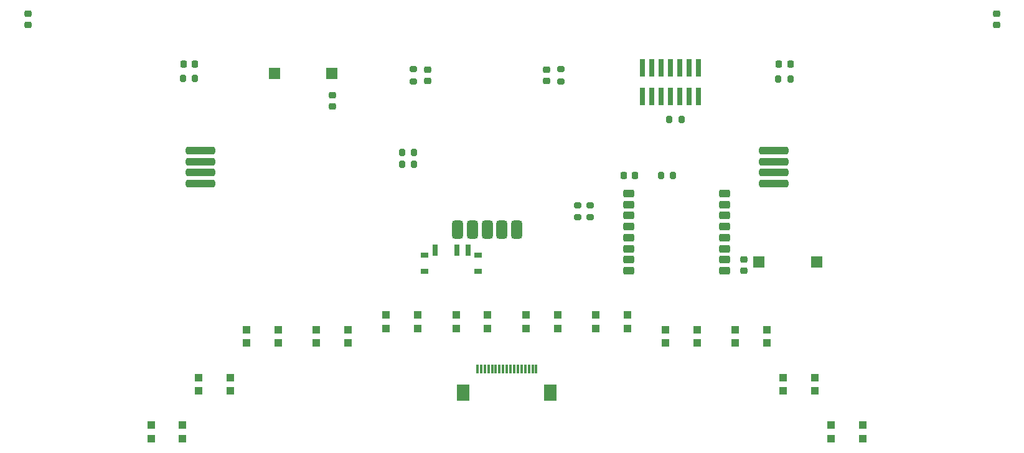
<source format=gbr>
%TF.GenerationSoftware,KiCad,Pcbnew,8.0.4*%
%TF.CreationDate,2024-11-30T23:44:48+01:00*%
%TF.ProjectId,ALL_PCBS,414c4c5f-5043-4425-932e-6b696361645f,rev?*%
%TF.SameCoordinates,Original*%
%TF.FileFunction,Paste,Top*%
%TF.FilePolarity,Positive*%
%FSLAX46Y46*%
G04 Gerber Fmt 4.6, Leading zero omitted, Abs format (unit mm)*
G04 Created by KiCad (PCBNEW 8.0.4) date 2024-11-30 23:44:48*
%MOMM*%
%LPD*%
G01*
G04 APERTURE LIST*
G04 Aperture macros list*
%AMRoundRect*
0 Rectangle with rounded corners*
0 $1 Rounding radius*
0 $2 $3 $4 $5 $6 $7 $8 $9 X,Y pos of 4 corners*
0 Add a 4 corners polygon primitive as box body*
4,1,4,$2,$3,$4,$5,$6,$7,$8,$9,$2,$3,0*
0 Add four circle primitives for the rounded corners*
1,1,$1+$1,$2,$3*
1,1,$1+$1,$4,$5*
1,1,$1+$1,$6,$7*
1,1,$1+$1,$8,$9*
0 Add four rect primitives between the rounded corners*
20,1,$1+$1,$2,$3,$4,$5,0*
20,1,$1+$1,$4,$5,$6,$7,0*
20,1,$1+$1,$6,$7,$8,$9,0*
20,1,$1+$1,$8,$9,$2,$3,0*%
G04 Aperture macros list end*
%ADD10RoundRect,0.225000X-0.250000X0.225000X-0.250000X-0.225000X0.250000X-0.225000X0.250000X0.225000X0*%
%ADD11RoundRect,0.250000X1.750000X0.250000X-1.750000X0.250000X-1.750000X-0.250000X1.750000X-0.250000X0*%
%ADD12RoundRect,0.218750X-0.218750X-0.256250X0.218750X-0.256250X0.218750X0.256250X-0.218750X0.256250X0*%
%ADD13RoundRect,0.200000X0.200000X0.275000X-0.200000X0.275000X-0.200000X-0.275000X0.200000X-0.275000X0*%
%ADD14RoundRect,0.200000X-0.200000X-0.275000X0.200000X-0.275000X0.200000X0.275000X-0.200000X0.275000X0*%
%ADD15RoundRect,0.200000X0.275000X-0.200000X0.275000X0.200000X-0.275000X0.200000X-0.275000X-0.200000X0*%
%ADD16RoundRect,0.200000X-0.275000X0.200000X-0.275000X-0.200000X0.275000X-0.200000X0.275000X0.200000X0*%
%ADD17R,0.740000X2.400000*%
%ADD18RoundRect,0.225000X0.250000X-0.225000X0.250000X0.225000X-0.250000X0.225000X-0.250000X-0.225000X0*%
%ADD19RoundRect,0.218750X-0.256250X0.218750X-0.256250X-0.218750X0.256250X-0.218750X0.256250X0.218750X0*%
%ADD20R,1.500000X1.500000*%
%ADD21RoundRect,0.375000X0.375000X-0.875000X0.375000X0.875000X-0.375000X0.875000X-0.375000X-0.875000X0*%
%ADD22R,1.000000X0.800000*%
%ADD23R,0.700000X1.500000*%
%ADD24RoundRect,0.275000X0.475000X0.275000X-0.475000X0.275000X-0.475000X-0.275000X0.475000X-0.275000X0*%
%ADD25RoundRect,0.250000X-1.750000X-0.250000X1.750000X-0.250000X1.750000X0.250000X-1.750000X0.250000X0*%
%ADD26R,1.000000X1.000000*%
%ADD27R,0.300000X1.300000*%
%ADD28R,1.800000X2.200000*%
G04 APERTURE END LIST*
D10*
%TO.C,C1*%
X228660000Y-91005000D03*
X228660000Y-92555000D03*
%TD*%
%TO.C,C1*%
X96930000Y-91005000D03*
X96930000Y-92555000D03*
%TD*%
D11*
%TO.C,Encoder_L1*%
X120380000Y-114120000D03*
X120380000Y-112620000D03*
X120380000Y-111120000D03*
X120380000Y-109620000D03*
%TD*%
D12*
%TO.C,D3*%
X118092500Y-97870000D03*
X119667500Y-97870000D03*
%TD*%
D13*
%TO.C,R8*%
X184680000Y-113045000D03*
X183030000Y-113045000D03*
%TD*%
D14*
%TO.C,R5*%
X184175000Y-105370000D03*
X185825000Y-105370000D03*
%TD*%
D15*
%TO.C,R2*%
X149380000Y-100195000D03*
X149380000Y-98545000D03*
%TD*%
D16*
%TO.C,R4*%
X171750000Y-117040000D03*
X171750000Y-118690000D03*
%TD*%
D12*
%TO.C,D6*%
X199092500Y-97870000D03*
X200667500Y-97870000D03*
%TD*%
D10*
%TO.C,C27*%
X194290000Y-124445000D03*
X194290000Y-125995000D03*
%TD*%
D15*
%TO.C,R1*%
X169380000Y-100195000D03*
X169380000Y-98545000D03*
%TD*%
D17*
%TO.C,PROG*%
X180530000Y-102270000D03*
X180530000Y-98370000D03*
X181800000Y-102270000D03*
X181800000Y-98370000D03*
X183070000Y-102270000D03*
X183070000Y-98370000D03*
X184340000Y-102270000D03*
X184340000Y-98370000D03*
X185610000Y-102270000D03*
X185610000Y-98370000D03*
X186880000Y-102270000D03*
X186880000Y-98370000D03*
X188150000Y-102270000D03*
X188150000Y-98370000D03*
%TD*%
D18*
%TO.C,C9*%
X138380000Y-103645000D03*
X138380000Y-102095000D03*
%TD*%
D19*
%TO.C,D1*%
X167450000Y-98610000D03*
X167450000Y-100185000D03*
%TD*%
D14*
%TO.C,R14*%
X147830000Y-109920000D03*
X149480000Y-109920000D03*
%TD*%
D12*
%TO.C,D7*%
X177962500Y-113050000D03*
X179537500Y-113050000D03*
%TD*%
D14*
%TO.C,R13*%
X147830000Y-111470000D03*
X149480000Y-111470000D03*
%TD*%
D20*
%TO.C,KEY*%
X196380000Y-124760000D03*
X204180000Y-124760000D03*
%TD*%
D13*
%TO.C,R7*%
X200655000Y-99870000D03*
X199005000Y-99870000D03*
%TD*%
D19*
%TO.C,D2*%
X151300000Y-98610000D03*
X151300000Y-100185000D03*
%TD*%
D20*
%TO.C,RESET*%
X130505000Y-99095000D03*
X138305000Y-99095000D03*
%TD*%
D13*
%TO.C,R3*%
X119655000Y-99845000D03*
X118005000Y-99845000D03*
%TD*%
D15*
%TO.C,R6*%
X173380000Y-118695000D03*
X173380000Y-117045000D03*
%TD*%
D21*
%TO.C,IMU*%
X155405000Y-120395000D03*
X157405000Y-120395000D03*
X159405000Y-120395000D03*
X161405000Y-120395000D03*
X163405000Y-120395000D03*
%TD*%
D22*
%TO.C,BOOT*%
X150880000Y-123870000D03*
X150880000Y-126080000D03*
X158180000Y-123870000D03*
X158180000Y-126080000D03*
D23*
X152280000Y-123220000D03*
X155280000Y-123220000D03*
X156780000Y-123220000D03*
%TD*%
D24*
%TO.C,U7*%
X191670000Y-125970000D03*
X191670000Y-124470000D03*
X191670000Y-122970000D03*
X191670000Y-121470000D03*
X191670000Y-119970000D03*
X191670000Y-118470000D03*
X191670000Y-116970000D03*
X191670000Y-115470000D03*
X178670000Y-115470000D03*
X178670000Y-116970000D03*
X178670000Y-118470000D03*
X178670000Y-119970000D03*
X178670000Y-121470000D03*
X178670000Y-122970000D03*
X178670000Y-124470000D03*
X178670000Y-125970000D03*
%TD*%
D25*
%TO.C,Encoder_L2*%
X198380000Y-109620000D03*
X198380000Y-111120000D03*
X198380000Y-112620000D03*
X198380000Y-114120000D03*
%TD*%
D26*
%TO.C,IC1*%
X113670000Y-148810001D03*
X113670000Y-147009999D03*
X117970000Y-147009999D03*
X117970000Y-148810001D03*
%TD*%
%TO.C,IC9*%
X159470000Y-132010000D03*
X159470000Y-133810000D03*
X155170000Y-133810000D03*
X155170000Y-132010000D03*
%TD*%
%TO.C,IC3*%
X149970000Y-132010000D03*
X149970000Y-133810000D03*
X145670000Y-133810000D03*
X145670000Y-132010000D03*
%TD*%
%TO.C,IC7*%
X120170000Y-142310000D03*
X120170000Y-140510000D03*
X124470000Y-140510000D03*
X124470000Y-142310000D03*
%TD*%
%TO.C,IC10*%
X178470000Y-132010000D03*
X178470000Y-133810000D03*
X174170000Y-133810000D03*
X174170000Y-132010000D03*
%TD*%
%TO.C,IC2*%
X130970000Y-134009999D03*
X130970000Y-135810001D03*
X126670000Y-135810001D03*
X126670000Y-134009999D03*
%TD*%
%TO.C,IC6*%
X203970000Y-140510000D03*
X203970000Y-142310000D03*
X199670000Y-142310000D03*
X199670000Y-140510000D03*
%TD*%
%TO.C,IC11*%
X197470000Y-134010000D03*
X197470000Y-135810000D03*
X193170000Y-135810000D03*
X193170000Y-134010000D03*
%TD*%
D27*
%TO.C,SENSOR*%
X158070000Y-139310000D03*
X158570000Y-139310000D03*
X159070000Y-139310000D03*
X159570000Y-139310000D03*
X160070000Y-139310000D03*
X160570000Y-139310000D03*
X161070000Y-139310000D03*
X161570000Y-139310000D03*
X162070000Y-139310000D03*
X162570000Y-139310000D03*
X163070000Y-139310000D03*
X163570000Y-139310000D03*
X164070000Y-139310000D03*
X164570000Y-139310000D03*
X165070000Y-139310000D03*
X165570000Y-139310000D03*
X166070000Y-139310000D03*
D28*
X156170000Y-142560000D03*
X167970000Y-142560000D03*
%TD*%
D26*
%TO.C,IC12*%
X210470000Y-147010000D03*
X210470000Y-148810000D03*
X206170000Y-148810000D03*
X206170000Y-147010000D03*
%TD*%
%TO.C,IC4*%
X168970000Y-132010000D03*
X168970000Y-133810000D03*
X164670000Y-133810000D03*
X164670000Y-132010000D03*
%TD*%
%TO.C,IC8*%
X140470000Y-134010000D03*
X140470000Y-135810000D03*
X136170000Y-135810000D03*
X136170000Y-134010000D03*
%TD*%
%TO.C,IC5*%
X187970000Y-134010000D03*
X187970000Y-135810000D03*
X183670000Y-135810000D03*
X183670000Y-134010000D03*
%TD*%
M02*

</source>
